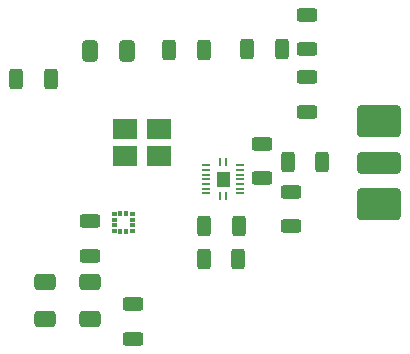
<source format=gbr>
%TF.GenerationSoftware,KiCad,Pcbnew,9.0.0*%
%TF.CreationDate,2025-03-07T11:14:36+01:00*%
%TF.ProjectId,PCB_rigide,5043425f-7269-4676-9964-652e6b696361,rev?*%
%TF.SameCoordinates,Original*%
%TF.FileFunction,Paste,Top*%
%TF.FilePolarity,Positive*%
%FSLAX46Y46*%
G04 Gerber Fmt 4.6, Leading zero omitted, Abs format (unit mm)*
G04 Created by KiCad (PCBNEW 9.0.0) date 2025-03-07 11:14:36*
%MOMM*%
%LPD*%
G01*
G04 APERTURE LIST*
G04 Aperture macros list*
%AMRoundRect*
0 Rectangle with rounded corners*
0 $1 Rounding radius*
0 $2 $3 $4 $5 $6 $7 $8 $9 X,Y pos of 4 corners*
0 Add a 4 corners polygon primitive as box body*
4,1,4,$2,$3,$4,$5,$6,$7,$8,$9,$2,$3,0*
0 Add four circle primitives for the rounded corners*
1,1,$1+$1,$2,$3*
1,1,$1+$1,$4,$5*
1,1,$1+$1,$6,$7*
1,1,$1+$1,$8,$9*
0 Add four rect primitives between the rounded corners*
20,1,$1+$1,$2,$3,$4,$5,0*
20,1,$1+$1,$4,$5,$6,$7,0*
20,1,$1+$1,$6,$7,$8,$9,0*
20,1,$1+$1,$8,$9,$2,$3,0*%
G04 Aperture macros list end*
%ADD10C,0.010000*%
%ADD11RoundRect,0.250000X-1.595000X-0.640000X1.595000X-0.640000X1.595000X0.640000X-1.595000X0.640000X0*%
%ADD12RoundRect,0.250000X-1.595000X-1.082500X1.595000X-1.082500X1.595000X1.082500X-1.595000X1.082500X0*%
%ADD13RoundRect,0.250000X0.625000X-0.312500X0.625000X0.312500X-0.625000X0.312500X-0.625000X-0.312500X0*%
%ADD14RoundRect,0.250000X0.312500X0.625000X-0.312500X0.625000X-0.312500X-0.625000X0.312500X-0.625000X0*%
%ADD15R,2.100000X1.800000*%
%ADD16RoundRect,0.250000X0.650000X-0.412500X0.650000X0.412500X-0.650000X0.412500X-0.650000X-0.412500X0*%
%ADD17RoundRect,0.250000X-0.312500X-0.625000X0.312500X-0.625000X0.312500X0.625000X-0.312500X0.625000X0*%
%ADD18RoundRect,0.060500X-0.269500X0.049500X-0.269500X-0.049500X0.269500X-0.049500X0.269500X0.049500X0*%
%ADD19RoundRect,0.060500X-0.049500X0.269500X-0.049500X-0.269500X0.049500X-0.269500X0.049500X0.269500X0*%
%ADD20RoundRect,0.250000X-0.625000X0.312500X-0.625000X-0.312500X0.625000X-0.312500X0.625000X0.312500X0*%
%ADD21RoundRect,0.250000X0.412500X0.650000X-0.412500X0.650000X-0.412500X-0.650000X0.412500X-0.650000X0*%
G04 APERTURE END LIST*
D10*
%TO.C,U2*%
X87763000Y-42314000D02*
X87463000Y-42314000D01*
X87463000Y-42064000D01*
X87763000Y-42064000D01*
X87763000Y-42314000D01*
G36*
X87763000Y-42314000D02*
G01*
X87463000Y-42314000D01*
X87463000Y-42064000D01*
X87763000Y-42064000D01*
X87763000Y-42314000D01*
G37*
X87763000Y-42814000D02*
X87463000Y-42814000D01*
X87463000Y-42564000D01*
X87763000Y-42564000D01*
X87763000Y-42814000D01*
G36*
X87763000Y-42814000D02*
G01*
X87463000Y-42814000D01*
X87463000Y-42564000D01*
X87763000Y-42564000D01*
X87763000Y-42814000D01*
G37*
X87763000Y-43314000D02*
X87463000Y-43314000D01*
X87463000Y-43064000D01*
X87763000Y-43064000D01*
X87763000Y-43314000D01*
G36*
X87763000Y-43314000D02*
G01*
X87463000Y-43314000D01*
X87463000Y-43064000D01*
X87763000Y-43064000D01*
X87763000Y-43314000D01*
G37*
X87763000Y-43814000D02*
X87463000Y-43814000D01*
X87463000Y-43564000D01*
X87763000Y-43564000D01*
X87763000Y-43814000D01*
G36*
X87763000Y-43814000D02*
G01*
X87463000Y-43814000D01*
X87463000Y-43564000D01*
X87763000Y-43564000D01*
X87763000Y-43814000D01*
G37*
X88263000Y-42314000D02*
X88013000Y-42314000D01*
X88013000Y-42014000D01*
X88263000Y-42014000D01*
X88263000Y-42314000D01*
G36*
X88263000Y-42314000D02*
G01*
X88013000Y-42314000D01*
X88013000Y-42014000D01*
X88263000Y-42014000D01*
X88263000Y-42314000D01*
G37*
X88263000Y-43864000D02*
X88013000Y-43864000D01*
X88013000Y-43564000D01*
X88263000Y-43564000D01*
X88263000Y-43864000D01*
G36*
X88263000Y-43864000D02*
G01*
X88013000Y-43864000D01*
X88013000Y-43564000D01*
X88263000Y-43564000D01*
X88263000Y-43864000D01*
G37*
X88763000Y-42314000D02*
X88513000Y-42314000D01*
X88513000Y-42014000D01*
X88763000Y-42014000D01*
X88763000Y-42314000D01*
G36*
X88763000Y-42314000D02*
G01*
X88513000Y-42314000D01*
X88513000Y-42014000D01*
X88763000Y-42014000D01*
X88763000Y-42314000D01*
G37*
X88763000Y-43864000D02*
X88513000Y-43864000D01*
X88513000Y-43564000D01*
X88763000Y-43564000D01*
X88763000Y-43864000D01*
G36*
X88763000Y-43864000D02*
G01*
X88513000Y-43864000D01*
X88513000Y-43564000D01*
X88763000Y-43564000D01*
X88763000Y-43864000D01*
G37*
X89313000Y-42314000D02*
X89013000Y-42314000D01*
X89013000Y-42064000D01*
X89313000Y-42064000D01*
X89313000Y-42314000D01*
G36*
X89313000Y-42314000D02*
G01*
X89013000Y-42314000D01*
X89013000Y-42064000D01*
X89313000Y-42064000D01*
X89313000Y-42314000D01*
G37*
X89313000Y-42814000D02*
X89013000Y-42814000D01*
X89013000Y-42564000D01*
X89313000Y-42564000D01*
X89313000Y-42814000D01*
G36*
X89313000Y-42814000D02*
G01*
X89013000Y-42814000D01*
X89013000Y-42564000D01*
X89313000Y-42564000D01*
X89313000Y-42814000D01*
G37*
X89313000Y-43314000D02*
X89013000Y-43314000D01*
X89013000Y-43064000D01*
X89313000Y-43064000D01*
X89313000Y-43314000D01*
G36*
X89313000Y-43314000D02*
G01*
X89013000Y-43314000D01*
X89013000Y-43064000D01*
X89313000Y-43064000D01*
X89313000Y-43314000D01*
G37*
X89313000Y-43814000D02*
X89013000Y-43814000D01*
X89013000Y-43564000D01*
X89313000Y-43564000D01*
X89313000Y-43814000D01*
G36*
X89313000Y-43814000D02*
G01*
X89013000Y-43814000D01*
X89013000Y-43564000D01*
X89313000Y-43564000D01*
X89313000Y-43814000D01*
G37*
%TO.C,U1*%
X97409600Y-39922800D02*
X96349600Y-39922800D01*
X96349600Y-38720800D01*
X97409600Y-38720800D01*
X97409600Y-39922800D01*
G36*
X97409600Y-39922800D02*
G01*
X96349600Y-39922800D01*
X96349600Y-38720800D01*
X97409600Y-38720800D01*
X97409600Y-39922800D01*
G37*
%TD*%
D11*
%TO.C,J6*%
X110050000Y-37909500D03*
D12*
X110050000Y-34417000D03*
X110050000Y-41402000D03*
%TD*%
D13*
%TO.C,R2*%
X103936800Y-33582800D03*
X103936800Y-30657800D03*
%TD*%
D14*
%TO.C,R5*%
X95227000Y-28371800D03*
X92302000Y-28371800D03*
%TD*%
D15*
%TO.C,Y1*%
X88540000Y-37352000D03*
X91440000Y-37352000D03*
X91440000Y-35052000D03*
X88540000Y-35052000D03*
%TD*%
D13*
%TO.C,R8*%
X89281000Y-52836000D03*
X89281000Y-49911000D03*
%TD*%
%TO.C,R4*%
X102616000Y-43311000D03*
X102616000Y-40386000D03*
%TD*%
D16*
%TO.C,C2*%
X81788000Y-51155600D03*
X81788000Y-48030600D03*
%TD*%
D17*
%TO.C,R3*%
X95246000Y-46101000D03*
X98171000Y-46101000D03*
%TD*%
D18*
%TO.C,U1*%
X95454600Y-38121800D03*
X95454600Y-38521800D03*
X95454600Y-38921800D03*
X95454600Y-39321800D03*
X95454600Y-39721800D03*
X95454600Y-40121800D03*
X95454600Y-40521800D03*
D19*
X96629600Y-40741800D03*
X97129600Y-40746800D03*
D18*
X98304600Y-40521800D03*
X98304600Y-40121800D03*
X98304600Y-39721800D03*
X98304600Y-39321800D03*
X98304600Y-38921800D03*
X98304600Y-38521800D03*
X98304600Y-38121800D03*
D19*
X97129600Y-37896800D03*
X96629600Y-37896800D03*
%TD*%
D16*
%TO.C,C1*%
X85598000Y-51131000D03*
X85598000Y-48006000D03*
%TD*%
D20*
%TO.C,R1*%
X100203000Y-36318000D03*
X100203000Y-39243000D03*
%TD*%
D17*
%TO.C,R12*%
X102358000Y-37846000D03*
X105283000Y-37846000D03*
%TD*%
%TO.C,R9*%
X79371000Y-30861000D03*
X82296000Y-30861000D03*
%TD*%
D13*
%TO.C,R6*%
X85598000Y-45785500D03*
X85598000Y-42860500D03*
%TD*%
D17*
%TO.C,R7*%
X95250000Y-43307000D03*
X98175000Y-43307000D03*
%TD*%
D21*
%TO.C,C3*%
X88723000Y-28448000D03*
X85598000Y-28448000D03*
%TD*%
D20*
%TO.C,R10*%
X104013000Y-25400000D03*
X104013000Y-28325000D03*
%TD*%
D17*
%TO.C,R11*%
X98929000Y-28321000D03*
X101854000Y-28321000D03*
%TD*%
M02*

</source>
